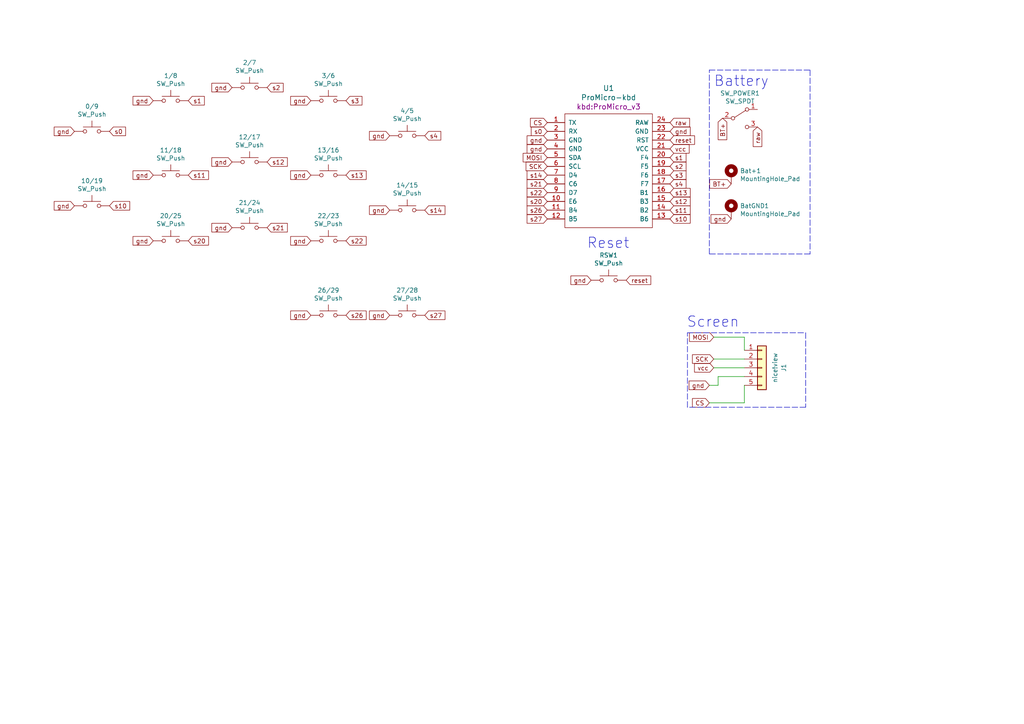
<source format=kicad_sch>
(kicad_sch (version 20231120) (generator "eeschema") (generator_version "8.0")
  (paper "A4")
  (title_block (title "PurringCat") (date "2021-03-10") (rev "0.1") (company "broomlabs"))
  (lib_symbols
    (symbol "Connector_Generic:Conn_01x05" (pin_names (offset 1.016) hide)
      (property "Reference" "J" (at 0 7.62 0))
      (property "Value" "Conn_01x05" (at 0 -7.62 0))
      (symbol "Conn_01x05_1_1"
        (rectangle (start -1.27 -4.953) (end 0 -5.207) (stroke (width 0.1524)))
        (rectangle (start -1.27 -2.413) (end 0 -2.667) (stroke (width 0.1524)))
        (rectangle (start -1.27 0.127) (end 0 -0.127) (stroke (width 0.1524)))
        (rectangle (start -1.27 2.667) (end 0 2.413) (stroke (width 0.1524)))
        (rectangle (start -1.27 5.207) (end 0 4.953) (stroke (width 0.1524)))
        (rectangle (start -1.27 6.35) (end 1.27 -6.35) (stroke (width 0.254)) (fill (type background)))
        (pin passive line (at -5.08 5.08 0) (length 3.81) (name "Pin_1") (number "1"))
        (pin passive line (at -5.08 2.54 0) (length 3.81) (name "Pin_2") (number "2"))
        (pin passive line (at -5.08 0 0) (length 3.81) (name "Pin_3") (number "3"))
        (pin passive line (at -5.08 -2.54 0) (length 3.81) (name "Pin_4") (number "4"))
        (pin passive line (at -5.08 -5.08 0) (length 3.81) (name "Pin_5") (number "5"))
      )
    )
    (symbol "Mechanical:MountingHole_Pad" (pin_numbers hide) (pin_names (offset 1.016) hide)
      (property "Reference" "H" (at 0 6.35 0))
      (property "Value" "MountingHole_Pad" (at 0 4.445 0))
      (symbol "MountingHole_Pad_0_1"
        (circle (center 0 1.27) (radius 1.27) (stroke (width 1.27)))
      )
      (symbol "MountingHole_Pad_1_1"
        (pin input line (at 0 -2.54 90) (length 2.54) (name "1") (number "1"))
      )
    )
    (symbol "Switch:SW_Push" (pin_numbers hide) (pin_names (offset 1.016) hide)
      (property "Reference" "SW" (at 1.27 2.54 0))
      (property "Value" "SW_Push" (at 0 -1.524 0))
      (symbol "SW_Push_0_1"
        (circle (center -2.032 0) (radius 0.508))
        (polyline (pts (xy 0 1.27) (xy 0 3.048)))
        (polyline (pts (xy 2.54 1.27) (xy -2.54 1.27)))
        (circle (center 2.032 0) (radius 0.508))
        (pin passive line (at -5.08 0 0) (length 2.54) (name "1") (number "1"))
        (pin passive line (at 5.08 0 180) (length 2.54) (name "2") (number "2"))
      )
    )
    (symbol "Switch:SW_SPDT" (pin_names (offset 0) hide)
      (property "Reference" "SW" (at 0 4.318 0))
      (property "Value" "SW_SPDT" (at 0 -5.08 0))
      (symbol "SW_SPDT_0_0"
        (circle (center -2.032 0) (radius 0.508))
        (circle (center 2.032 -2.54) (radius 0.508))
      )
      (symbol "SW_SPDT_0_1"
        (polyline (pts (xy -1.524 0.254) (xy 1.651 2.286)))
        (circle (center 2.032 2.54) (radius 0.508))
      )
      (symbol "SW_SPDT_1_1"
        (pin passive line (at 5.08 2.54 180) (length 2.54) (name "A") (number "1"))
        (pin passive line (at -5.08 0 0) (length 2.54) (name "B") (number "2"))
        (pin passive line (at 5.08 -2.54 180) (length 2.54) (name "C") (number "3"))
      )
    )
    (symbol "sweepv2-rescue:ProMicro-kbd-bigblackpill-34key-rescue" (pin_names (offset 1.016))
      (property "Reference" "U" (at 0 24.13 0))
      (property "Value" "ProMicro-kbd-bigblackpill-34key-rescue" (at 0 -13.97 0))
      (symbol "ProMicro-kbd-bigblackpill-34key-rescue_0_1"
        (rectangle (start -12.7 21.59) (end 12.7 -11.43))
      )
      (symbol "ProMicro-kbd-bigblackpill-34key-rescue_1_1"
        (pin bidirectional line (at -17.78 19.05 0) (length 5.08) (name "TX") (number "1"))
        (pin bidirectional line (at -17.78 -3.81 0) (length 5.08) (name "E6") (number "10"))
        (pin bidirectional line (at -17.78 -6.35 0) (length 5.08) (name "B4") (number "11"))
        (pin bidirectional line (at -17.78 -8.89 0) (length 5.08) (name "B5") (number "12"))
        (pin bidirectional line (at 17.78 -8.89 180) (length 5.08) (name "B6") (number "13"))
        (pin bidirectional line (at 17.78 -6.35 180) (length 5.08) (name "B2") (number "14"))
        (pin bidirectional line (at 17.78 -3.81 180) (length 5.08) (name "B3") (number "15"))
        (pin bidirectional line (at 17.78 -1.27 180) (length 5.08) (name "B1") (number "16"))
        (pin bidirectional line (at 17.78 1.27 180) (length 5.08) (name "F7") (number "17"))
        (pin bidirectional line (at 17.78 3.81 180) (length 5.08) (name "F6") (number "18"))
        (pin bidirectional line (at 17.78 6.35 180) (length 5.08) (name "F5") (number "19"))
        (pin bidirectional line (at -17.78 16.51 0) (length 5.08) (name "RX") (number "2"))
        (pin bidirectional line (at 17.78 8.89 180) (length 5.08) (name "F4") (number "20"))
        (pin power_in line (at 17.78 11.43 180) (length 5.08) (name "VCC") (number "21"))
        (pin input line (at 17.78 13.97 180) (length 5.08) (name "RST") (number "22"))
        (pin power_in line (at 17.78 16.51 180) (length 5.08) (name "GND") (number "23"))
        (pin power_out line (at 17.78 19.05 180) (length 5.08) (name "RAW") (number "24"))
        (pin power_in line (at -17.78 13.97 0) (length 5.08) (name "GND") (number "3"))
        (pin power_in line (at -17.78 11.43 0) (length 5.08) (name "GND") (number "4"))
        (pin bidirectional line (at -17.78 8.89 0) (length 5.08) (name "SDA") (number "5"))
        (pin bidirectional line (at -17.78 6.35 0) (length 5.08) (name "SCL") (number "6"))
        (pin bidirectional line (at -17.78 3.81 0) (length 5.08) (name "D4") (number "7"))
        (pin bidirectional line (at -17.78 1.27 0) (length 5.08) (name "C6") (number "8"))
        (pin bidirectional line (at -17.78 -1.27 0) (length 5.08) (name "D7") (number "9"))
      )
    )
  )
  (polyline (pts (xy 199.39 118.11) (xy 199.39 96.52)) (stroke (width 0) (type dash)))
  (wire (pts (xy 205.74 111.76) (xy 208.28 111.76)))
  (wire (pts (xy 207.01 104.14) (xy 215.9 104.14)))
  (wire (pts (xy 205.74 116.84) (xy 215.9 116.84)))
  (wire (pts (xy 215.9 97.79) (xy 215.9 101.6)))
  (wire (pts (xy 215.9 116.84) (xy 215.9 111.76)))
  (polyline (pts (xy 233.68 118.11) (xy 199.39 118.11)) (stroke (width 0) (type dash)))
  (polyline (pts (xy 234.95 20.32) (xy 234.95 73.66)) (stroke (width 0) (type dash)))
  (polyline (pts (xy 205.74 73.66) (xy 205.74 20.32)) (stroke (width 0) (type dash)))
  (polyline (pts (xy 199.39 96.52) (xy 233.68 96.52)) (stroke (width 0) (type dash)))
  (polyline (pts (xy 233.68 96.52) (xy 233.68 118.11)) (stroke (width 0) (type dash)))
  (wire (pts (xy 208.28 109.22) (xy 215.9 109.22)))
  (wire (pts (xy 207.01 106.68) (xy 215.9 106.68)))
  (wire (pts (xy 208.28 111.76) (xy 208.28 109.22)))
  (polyline (pts (xy 205.74 20.32) (xy 234.95 20.32)) (stroke (width 0) (type dash)))
  (wire (pts (xy 207.01 97.79) (xy 215.9 97.79)))
  (polyline (pts (xy 234.95 73.66) (xy 205.74 73.66)) (stroke (width 0) (type dash)))
  (text "Reset" (at 170.18 72.39 0) (effects (font (size 2.9972 2.9972)) (justify left bottom)))
  (text "Battery" (at 207.01 25.4 0) (effects (font (size 2.9972 2.9972)) (justify left bottom)))
  (text "Screen" (at 199.136 95.25 0) (effects (font (size 2.9972 2.9972)) (justify left bottom)))
  (global_label "gnd" (shape input) (at 205.74 111.76 180) (property "Intersheetrefs" "${INTERSHEET_REFS}" (effects (hide yes))))
  (global_label "s21" (shape input) (at 77.47 66.04 0) (property "Intersheetrefs" "${INTERSHEET_REFS}" (effects (hide yes))))
  (global_label "gnd" (shape input) (at 158.75 40.64 180) (property "Intersheetrefs" "${INTERSHEET_REFS}" (effects (hide yes))))
  (global_label "reset" (shape input) (at 181.61 81.28 0) (property "Intersheetrefs" "${INTERSHEET_REFS}" (effects (hide yes))))
  (global_label "reset" (shape input) (at 194.31 40.64 0) (property "Intersheetrefs" "${INTERSHEET_REFS}" (effects (hide yes))))
  (global_label "s12" (shape input) (at 194.31 58.42 0) (property "Intersheetrefs" "${INTERSHEET_REFS}" (effects (hide yes))))
  (global_label "gnd" (shape input) (at 21.59 38.1 180) (property "Intersheetrefs" "${INTERSHEET_REFS}" (effects (hide yes))))
  (global_label "s1" (shape input) (at 194.31 45.72 0) (property "Intersheetrefs" "${INTERSHEET_REFS}" (effects (hide yes))))
  (global_label "vcc" (shape input) (at 194.31 43.18 0) (property "Intersheetrefs" "${INTERSHEET_REFS}" (effects (hide yes))))
  (global_label "SCK" (shape input) (at 158.75 48.26 180) (property "Intersheetrefs" "${INTERSHEET_REFS}" (effects (hide yes))))
  (global_label "s4" (shape input) (at 194.31 53.34 0) (property "Intersheetrefs" "${INTERSHEET_REFS}" (effects (hide yes))))
  (global_label "s22" (shape input) (at 100.33 69.85 0) (property "Intersheetrefs" "${INTERSHEET_REFS}" (effects (hide yes))))
  (global_label "gnd" (shape input) (at 44.45 29.21 180) (property "Intersheetrefs" "${INTERSHEET_REFS}" (effects (hide yes))))
  (global_label "s1" (shape input) (at 54.61 29.21 0) (property "Intersheetrefs" "${INTERSHEET_REFS}" (effects (hide yes))))
  (global_label "s10" (shape input) (at 194.31 63.5 0) (property "Intersheetrefs" "${INTERSHEET_REFS}" (effects (hide yes))))
  (global_label "gnd" (shape input) (at 67.31 46.99 180) (property "Intersheetrefs" "${INTERSHEET_REFS}" (effects (hide yes))))
  (global_label "CS" (shape input) (at 205.74 116.84 180) (property "Intersheetrefs" "${INTERSHEET_REFS}" (effects (hide yes))))
  (global_label "s13" (shape input) (at 100.33 50.8 0) (property "Intersheetrefs" "${INTERSHEET_REFS}" (effects (hide yes))))
  (global_label "gnd" (shape input) (at 21.59 59.69 180) (property "Intersheetrefs" "${INTERSHEET_REFS}" (effects (hide yes))))
  (global_label "s14" (shape input) (at 158.75 50.8 180) (property "Intersheetrefs" "${INTERSHEET_REFS}" (effects (hide yes))))
  (global_label "gnd" (shape input) (at 67.31 66.04 180) (property "Intersheetrefs" "${INTERSHEET_REFS}" (effects (hide yes))))
  (global_label "gnd" (shape input) (at 113.03 60.96 180) (property "Intersheetrefs" "${INTERSHEET_REFS}" (effects (hide yes))))
  (global_label "vcc" (shape input) (at 207.01 106.68 180) (property "Intersheetrefs" "${INTERSHEET_REFS}" (effects (hide yes))))
  (global_label "s20" (shape input) (at 54.61 69.85 0) (property "Intersheetrefs" "${INTERSHEET_REFS}" (effects (hide yes))))
  (global_label "gnd" (shape input) (at 67.31 25.4 180) (property "Intersheetrefs" "${INTERSHEET_REFS}" (effects (hide yes))))
  (global_label "gnd" (shape input) (at 90.17 29.21 180) (property "Intersheetrefs" "${INTERSHEET_REFS}" (effects (hide yes))))
  (global_label "s14" (shape input) (at 123.19 60.96 0) (property "Intersheetrefs" "${INTERSHEET_REFS}" (effects (hide yes))))
  (global_label "gnd" (shape input) (at 90.17 69.85 180) (property "Intersheetrefs" "${INTERSHEET_REFS}" (effects (hide yes))))
  (global_label "gnd" (shape input) (at 113.03 91.44 180) (property "Intersheetrefs" "${INTERSHEET_REFS}" (effects (hide yes))))
  (global_label "s3" (shape input) (at 194.31 50.8 0) (property "Intersheetrefs" "${INTERSHEET_REFS}" (effects (hide yes))))
  (global_label "s21" (shape input) (at 158.75 53.34 180) (property "Intersheetrefs" "${INTERSHEET_REFS}" (effects (hide yes))))
  (global_label "s4" (shape input) (at 123.19 39.37 0) (property "Intersheetrefs" "${INTERSHEET_REFS}" (effects (hide yes))))
  (global_label "s26" (shape input) (at 100.33 91.44 0) (property "Intersheetrefs" "${INTERSHEET_REFS}" (effects (hide yes))))
  (global_label "gnd" (shape input) (at 158.75 43.18 180) (property "Intersheetrefs" "${INTERSHEET_REFS}" (effects (hide yes))))
  (global_label "s10" (shape input) (at 31.75 59.69 0) (property "Intersheetrefs" "${INTERSHEET_REFS}" (effects (hide yes))))
  (global_label "SCK" (shape input) (at 207.01 104.14 180) (property "Intersheetrefs" "${INTERSHEET_REFS}" (effects (hide yes))))
  (global_label "gnd" (shape input) (at 171.45 81.28 180) (property "Intersheetrefs" "${INTERSHEET_REFS}" (effects (hide yes))))
  (global_label "s20" (shape input) (at 158.75 58.42 180) (property "Intersheetrefs" "${INTERSHEET_REFS}" (effects (hide yes))))
  (global_label "gnd" (shape input) (at 212.09 63.5 180) (property "Intersheetrefs" "${INTERSHEET_REFS}" (effects (hide yes))))
  (global_label "s0" (shape input) (at 158.75 38.1 180) (property "Intersheetrefs" "${INTERSHEET_REFS}" (effects (hide yes))))
  (global_label "s27" (shape input) (at 123.19 91.44 0) (property "Intersheetrefs" "${INTERSHEET_REFS}" (effects (hide yes))))
  (global_label "gnd" (shape input) (at 113.03 39.37 180) (property "Intersheetrefs" "${INTERSHEET_REFS}" (effects (hide yes))))
  (global_label "BT+" (shape input) (at 209.55 34.29 270) (property "Intersheetrefs" "${INTERSHEET_REFS}" (effects (hide yes))))
  (global_label "gnd" (shape input) (at 44.45 50.8 180) (property "Intersheetrefs" "${INTERSHEET_REFS}" (effects (hide yes))))
  (global_label "s13" (shape input) (at 194.31 55.88 0) (property "Intersheetrefs" "${INTERSHEET_REFS}" (effects (hide yes))))
  (global_label "MOSI" (shape input) (at 207.01 97.79 180) (property "Intersheetrefs" "${INTERSHEET_REFS}" (effects (hide yes))))
  (global_label "CS" (shape input) (at 158.75 35.56 180) (property "Intersheetrefs" "${INTERSHEET_REFS}" (effects (hide yes))))
  (global_label "raw" (shape input) (at 219.71 36.83 270) (property "Intersheetrefs" "${INTERSHEET_REFS}" (effects (hide yes))))
  (global_label "MOSI" (shape input) (at 158.75 45.72 180) (property "Intersheetrefs" "${INTERSHEET_REFS}" (effects (hide yes))))
  (global_label "s11" (shape input) (at 194.31 60.96 0) (property "Intersheetrefs" "${INTERSHEET_REFS}" (effects (hide yes))))
  (global_label "s0" (shape input) (at 31.75 38.1 0) (property "Intersheetrefs" "${INTERSHEET_REFS}" (effects (hide yes))))
  (global_label "s22" (shape input) (at 158.75 55.88 180) (property "Intersheetrefs" "${INTERSHEET_REFS}" (effects (hide yes))))
  (global_label "s2" (shape input) (at 194.31 48.26 0) (property "Intersheetrefs" "${INTERSHEET_REFS}" (effects (hide yes))))
  (global_label "s12" (shape input) (at 77.47 46.99 0) (property "Intersheetrefs" "${INTERSHEET_REFS}" (effects (hide yes))))
  (global_label "raw" (shape input) (at 194.31 35.56 0) (property "Intersheetrefs" "${INTERSHEET_REFS}" (effects (hide yes))))
  (global_label "gnd" (shape input) (at 90.17 91.44 180) (property "Intersheetrefs" "${INTERSHEET_REFS}" (effects (hide yes))))
  (global_label "s26" (shape input) (at 158.75 60.96 180) (property "Intersheetrefs" "${INTERSHEET_REFS}" (effects (hide yes))))
  (global_label "s3" (shape input) (at 100.33 29.21 0) (property "Intersheetrefs" "${INTERSHEET_REFS}" (effects (hide yes))))
  (global_label "s2" (shape input) (at 77.47 25.4 0) (property "Intersheetrefs" "${INTERSHEET_REFS}" (effects (hide yes))))
  (global_label "BT+" (shape input) (at 212.09 53.34 180) (property "Intersheetrefs" "${INTERSHEET_REFS}" (effects (hide yes))))
  (global_label "s11" (shape input) (at 54.61 50.8 0) (property "Intersheetrefs" "${INTERSHEET_REFS}" (effects (hide yes))))
  (global_label "gnd" (shape input) (at 44.45 69.85 180) (property "Intersheetrefs" "${INTERSHEET_REFS}" (effects (hide yes))))
  (global_label "gnd" (shape input) (at 90.17 50.8 180) (property "Intersheetrefs" "${INTERSHEET_REFS}" (effects (hide yes))))
  (global_label "s27" (shape input) (at 158.75 63.5 180) (property "Intersheetrefs" "${INTERSHEET_REFS}" (effects (hide yes))))
  (global_label "gnd" (shape input) (at 194.31 38.1 0) (property "Intersheetrefs" "${INTERSHEET_REFS}" (effects (hide yes))))
  (symbol (lib_id "Mechanical:MountingHole_Pad") (at 212.09 50.8 0) (unit 1)
    (property "Reference" "Bat+1" (at 214.63 49.5554 0) (effects (justify left)))
    (property "Value" "MountingHole_Pad" (at 214.63 51.8668 0) (effects (justify left)))
    (property "Footprint" "kbd:1pin_conn" (effects (hide yes)))
  )
  (symbol (lib_id "Mechanical:MountingHole_Pad") (at 212.09 60.96 0) (unit 1)
    (property "Reference" "BatGND1" (at 214.63 59.7154 0) (effects (justify left)))
    (property "Value" "MountingHole_Pad" (at 214.63 62.0268 0) (effects (justify left)))
    (property "Footprint" "kbd:1pin_conn" (effects (hide yes)))
  )
  (symbol (lib_id "sweepv2-rescue:ProMicro-kbd-bigblackpill-34key-rescue") (at 176.53 54.61 0) (unit 1)
    (property "Reference" "U1" (at 176.53 25.5778 0) (effects (font (size 1.524 1.524))))
    (property "Value" "ProMicro-kbd" (at 176.53 28.2702 0) (effects (font (size 1.524 1.524))))
    (property "Footprint" "kbd:ProMicro_v3" (at 176.53 30.9626 0) (effects (font (size 1.524 1.524))))
  )
  (symbol (lib_id "Switch:SW_Push") (at 26.67 38.1 0) (unit 1)
    (property "Reference" "0/9" (at 26.67 30.861 0))
    (property "Value" "SW_Push" (at 26.67 33.1724 0))
    (property "Footprint" "chelming-kbd:choc_v1_hotswap_reversible_no_extras" (effects (hide yes)))
  )
  (symbol (lib_id "Switch:SW_Push") (at 49.53 29.21 0) (unit 1)
    (property "Reference" "1/8" (at 49.53 21.971 0))
    (property "Value" "SW_Push" (at 49.53 24.2824 0))
    (property "Footprint" "chelming-kbd:choc_v1_hotswap_reversible_no_extras" (effects (hide yes)))
  )
  (symbol (lib_id "Switch:SW_Push") (at 72.39 25.4 0) (unit 1)
    (property "Reference" "2/7" (at 72.39 18.161 0))
    (property "Value" "SW_Push" (at 72.39 20.4724 0))
    (property "Footprint" "chelming-kbd:choc_v1_hotswap_reversible_no_extras" (effects (hide yes)))
  )
  (symbol (lib_id "Switch:SW_Push") (at 95.25 29.21 0) (unit 1)
    (property "Reference" "3/6" (at 95.25 21.971 0))
    (property "Value" "SW_Push" (at 95.25 24.2824 0))
    (property "Footprint" "chelming-kbd:choc_v1_hotswap_reversible_no_extras" (effects (hide yes)))
  )
  (symbol (lib_id "Switch:SW_Push") (at 95.25 91.44 0) (unit 1)
    (property "Reference" "26/29" (at 95.25 84.201 0))
    (property "Value" "SW_Push" (at 95.25 86.5124 0))
    (property "Footprint" "chelming-kbd:choc_v1_hotswap_reversible_no_extras" (effects (hide yes)))
  )
  (symbol (lib_id "Switch:SW_Push") (at 26.67 59.69 0) (unit 1)
    (property "Reference" "10/19" (at 26.67 52.451 0))
    (property "Value" "SW_Push" (at 26.67 54.7624 0))
    (property "Footprint" "chelming-kbd:choc_v1_hotswap_reversible_no_extras" (effects (hide yes)))
  )
  (symbol (lib_id "Switch:SW_Push") (at 49.53 50.8 0) (unit 1)
    (property "Reference" "11/18" (at 49.53 43.561 0))
    (property "Value" "SW_Push" (at 49.53 45.8724 0))
    (property "Footprint" "chelming-kbd:choc_v1_hotswap_reversible_no_extras" (effects (hide yes)))
  )
  (symbol (lib_id "Switch:SW_Push") (at 72.39 46.99 0) (unit 1)
    (property "Reference" "12/17" (at 72.39 39.751 0))
    (property "Value" "SW_Push" (at 72.39 42.0624 0))
    (property "Footprint" "chelming-kbd:choc_v1_hotswap_reversible_no_extras" (effects (hide yes)))
  )
  (symbol (lib_id "Switch:SW_Push") (at 95.25 50.8 0) (unit 1)
    (property "Reference" "13/16" (at 95.25 43.561 0))
    (property "Value" "SW_Push" (at 95.25 45.8724 0))
    (property "Footprint" "chelming-kbd:choc_v1_hotswap_reversible_no_extras" (effects (hide yes)))
  )
  (symbol (lib_id "Switch:SW_Push") (at 49.53 69.85 0) (unit 1)
    (property "Reference" "20/25" (at 49.53 62.611 0))
    (property "Value" "SW_Push" (at 49.53 64.9224 0))
    (property "Footprint" "chelming-kbd:choc_v1_hotswap_reversible_no_extras" (effects (hide yes)))
  )
  (symbol (lib_id "Switch:SW_Push") (at 72.39 66.04 0) (unit 1)
    (property "Reference" "21/24" (at 72.39 58.801 0))
    (property "Value" "SW_Push" (at 72.39 61.1124 0))
    (property "Footprint" "chelming-kbd:choc_v1_hotswap_reversible_no_extras" (effects (hide yes)))
  )
  (symbol (lib_id "Switch:SW_Push") (at 95.25 69.85 0) (unit 1)
    (property "Reference" "22/23" (at 95.25 62.611 0))
    (property "Value" "SW_Push" (at 95.25 64.9224 0))
    (property "Footprint" "chelming-kbd:choc_v1_hotswap_reversible_no_extras" (effects (hide yes)))
  )
  (symbol (lib_id "Switch:SW_Push") (at 176.53 81.28 0) (unit 1)
    (property "Reference" "RSW1" (at 176.53 74.041 0))
    (property "Value" "SW_Push" (at 176.53 76.3524 0))
    (property "Footprint" "Button_Switch_SMD:SW_SPST_CK_RS282G05A3" (effects (hide yes)))
  )
  (symbol (lib_id "Switch:SW_SPDT") (at 214.63 34.29 0) (unit 1)
    (property "Reference" "SW_POWER1" (at 214.63 27.051 0))
    (property "Value" "SW_SPDT" (at 214.63 29.3624 0))
    (property "Footprint" "Button_Switch_SMD:SW_SPDT_PCM12" (effects (hide yes)))
  )
  (symbol (lib_id "Switch:SW_Push") (at 118.11 39.37 0) (unit 1)
    (property "Reference" "4/5" (at 118.11 32.131 0))
    (property "Value" "SW_Push" (at 118.11 34.4424 0))
    (property "Footprint" "chelming-kbd:choc_v1_hotswap_reversible_no_extras" (effects (hide yes)))
  )
  (symbol (lib_id "Switch:SW_Push") (at 118.11 60.96 0) (unit 1)
    (property "Reference" "14/15" (at 118.11 53.721 0))
    (property "Value" "SW_Push" (at 118.11 56.0324 0))
    (property "Footprint" "chelming-kbd:choc_v1_hotswap_reversible_no_extras" (effects (hide yes)))
  )
  (symbol (lib_id "Connector_Generic:Conn_01x05") (at 220.98 106.68 0) (unit 1)
    (property "Reference" "J1" (at 227.33 106.68 90))
    (property "Value" "nice!view" (at 224.79 106.68 90))
    (property "Footprint" "chelming-kbd:nice-view_reversible" (effects (hide yes)))
  )
  (symbol (lib_id "Switch:SW_Push") (at 118.11 91.44 0) (unit 1)
    (property "Reference" "27/28" (at 118.11 84.201 0))
    (property "Value" "SW_Push" (at 118.11 86.5124 0))
    (property "Footprint" "chelming-kbd:choc_v1_hotswap_reversible_no_extras" (effects (hide yes)))
  )
)
</source>
